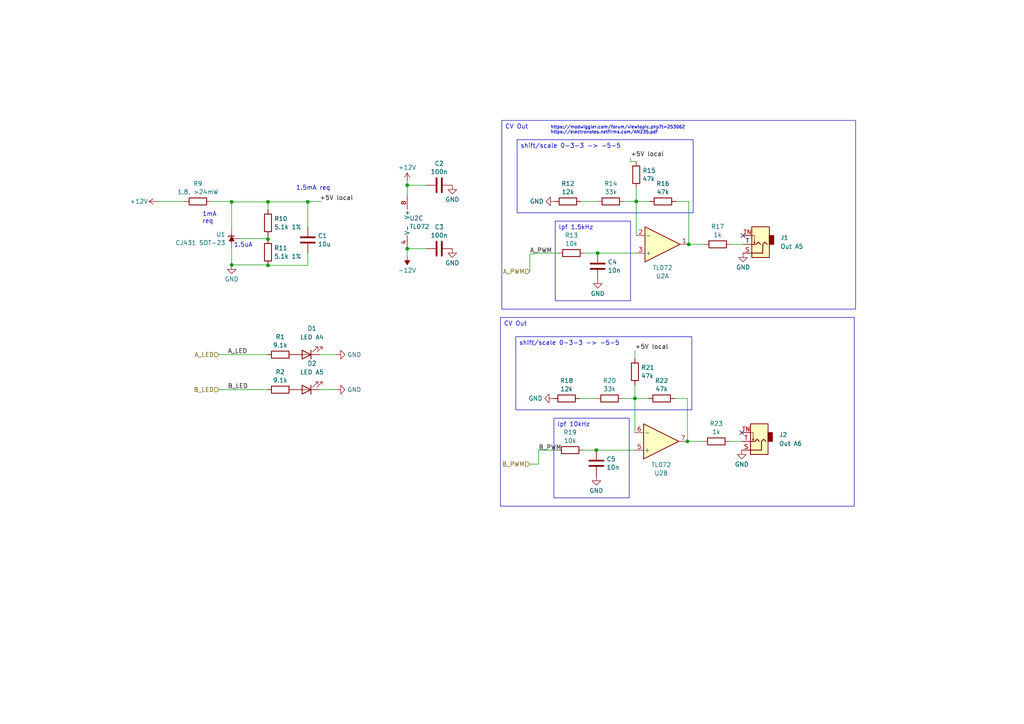
<source format=kicad_sch>
(kicad_sch (version 20231120) (generator "eeschema") (generator_version "8.0")
  (paper "A4")
  (lib_symbols
    (symbol "Amplifier_Operational:TL072" (pin_names (offset 0.127))
      (property "Reference" "U" (at 0 5.08 0))
      (property "Value" "TL072" (at 0 -5.08 0))
      (symbol "TL072_1_1"
        (polyline (pts (xy -5.08 5.08) (xy 5.08 0) (xy -5.08 -5.08) (xy -5.08 5.08)) (stroke (width 0.254)) (fill (type background)))
        (pin output line (at 7.62 0 180) (length 2.54) (name "~") (number "1"))
        (pin input line (at -7.62 -2.54 0) (length 2.54) (name "-") (number "2"))
        (pin input line (at -7.62 2.54 0) (length 2.54) (name "+") (number "3"))
      )
      (symbol "TL072_2_1"
        (polyline (pts (xy -5.08 5.08) (xy 5.08 0) (xy -5.08 -5.08) (xy -5.08 5.08)) (stroke (width 0.254)) (fill (type background)))
        (pin input line (at -7.62 2.54 0) (length 2.54) (name "+") (number "5"))
        (pin input line (at -7.62 -2.54 0) (length 2.54) (name "-") (number "6"))
        (pin output line (at 7.62 0 180) (length 2.54) (name "~") (number "7"))
      )
      (symbol "TL072_3_1"
        (pin power_in line (at -2.54 -7.62 90) (length 3.81) (name "V-") (number "4"))
        (pin power_in line (at -2.54 7.62 270) (length 3.81) (name "V+") (number "8"))
      )
    )
    (symbol "Connector:AudioJack2_SwitchT"
      (property "Reference" "J" (at 0 8.89 0))
      (property "Value" "AudioJack2_SwitchT" (at 0 6.35 0))
      (symbol "AudioJack2_SwitchT_0_1"
        (rectangle (start -2.54 0) (end -3.81 -2.54) (stroke (width 0.254)) (fill (type outline)))
        (polyline (pts (xy 1.778 -0.254) (xy 2.032 -0.762)))
        (polyline (pts (xy 0 0) (xy 0.635 -0.635) (xy 1.27 0) (xy 2.54 0)) (stroke (width 0.254)))
        (polyline (pts (xy 2.54 -2.54) (xy 1.778 -2.54) (xy 1.778 -0.254) (xy 1.524 -0.762)))
        (polyline (pts (xy 2.54 2.54) (xy -0.635 2.54) (xy -0.635 0) (xy -1.27 -0.635) (xy -1.905 0)) (stroke (width 0.254)))
        (rectangle (start 2.54 3.81) (end -2.54 -5.08) (stroke (width 0.254)) (fill (type background)))
      )
      (symbol "AudioJack2_SwitchT_1_1"
        (pin passive line (at 5.08 2.54 180) (length 2.54) (name "~") (number "S"))
        (pin passive line (at 5.08 0 180) (length 2.54) (name "~") (number "T"))
        (pin passive line (at 5.08 -2.54 180) (length 2.54) (name "~") (number "TN"))
      )
    )
    (symbol "Device:C" (pin_numbers hide) (pin_names (offset 0.254))
      (property "Reference" "C" (at 0.635 2.54 0))
      (property "Value" "C" (at 0.635 -2.54 0))
      (symbol "C_0_1"
        (polyline (pts (xy -2.032 -0.762) (xy 2.032 -0.762)) (stroke (width 0.508)))
        (polyline (pts (xy -2.032 0.762) (xy 2.032 0.762)) (stroke (width 0.508)))
      )
      (symbol "C_1_1"
        (pin passive line (at 0 3.81 270) (length 2.794) (name "~") (number "1"))
        (pin passive line (at 0 -3.81 90) (length 2.794) (name "~") (number "2"))
      )
    )
    (symbol "Device:LED" (pin_numbers hide) (pin_names (offset 1.016) hide)
      (property "Reference" "D" (at 0 2.54 0))
      (property "Value" "LED" (at 0 -2.54 0))
      (symbol "LED_0_1"
        (polyline (pts (xy -1.27 -1.27) (xy -1.27 1.27)) (stroke (width 0.254)))
        (polyline (pts (xy -1.27 0) (xy 1.27 0)))
        (polyline (pts (xy 1.27 -1.27) (xy 1.27 1.27) (xy -1.27 0) (xy 1.27 -1.27)) (stroke (width 0.254)))
        (polyline (pts (xy -3.048 -0.762) (xy -4.572 -2.286) (xy -3.81 -2.286) (xy -4.572 -2.286) (xy -4.572 -1.524)))
        (polyline (pts (xy -1.778 -0.762) (xy -3.302 -2.286) (xy -2.54 -2.286) (xy -3.302 -2.286) (xy -3.302 -1.524)))
      )
      (symbol "LED_1_1"
        (pin passive line (at -3.81 0 0) (length 2.54) (name "K") (number "1"))
        (pin passive line (at 3.81 0 180) (length 2.54) (name "A") (number "2"))
      )
    )
    (symbol "Device:R" (pin_numbers hide) (pin_names (offset 0))
      (property "Reference" "R" (at 2.032 0 90))
      (property "Value" "R" (at 0 0 90))
      (symbol "R_0_1"
        (rectangle (start -1.016 -2.54) (end 1.016 2.54) (stroke (width 0.254)))
      )
      (symbol "R_1_1"
        (pin passive line (at 0 3.81 270) (length 1.27) (name "~") (number "1"))
        (pin passive line (at 0 -3.81 90) (length 1.27) (name "~") (number "2"))
      )
    )
    (symbol "emutelab:CJ431 SOT-23" (pin_numbers hide) (pin_names hide)
      (property "Reference" "U" (at -2.54 2.54 0))
      (property "Value" "CJ431 SOT-23" (at 0 -2.54 0))
      (symbol "CJ431 SOT-23_0_1"
        (polyline (pts (xy -1.27 0) (xy 0 0) (xy 1.27 0)))
        (polyline (pts (xy -0.762 0.762) (xy 0.762 0) (xy -0.762 -0.762)) (fill (type outline)))
        (polyline (pts (xy 0.508 -1.016) (xy 0.762 -0.762) (xy 0.762 0.762) (xy 0.762 0.762)) (stroke (width 0.254)))
      )
      (symbol "CJ431 SOT-23_1_1"
        (pin passive line (at 0 2.54 270) (length 2.54) (name "REF") (number "1"))
        (pin passive line (at 2.54 0 180) (length 2.54) (name "K") (number "2"))
        (pin passive line (at -2.54 0 0) (length 2.54) (name "A") (number "3"))
      )
    )
    (symbol "power:+12V" (power) (pin_names (offset 0))
      (property "Value" "+12V" (at 0 3.556 0))
      (symbol "+12V_0_1"
        (polyline (pts (xy -0.762 1.27) (xy 0 2.54)))
        (polyline (pts (xy 0 0) (xy 0 2.54)))
        (polyline (pts (xy 0 2.54) (xy 0.762 1.27)))
      )
      (symbol "+12V_1_1"
        (pin power_in line (at 0 0 90) (length 0) hide (name "+12V") (number "1"))
      )
    )
    (symbol "power:-12V" (power) (pin_names (offset 0))
      (property "Value" "-12V" (at 0 3.81 0))
      (symbol "-12V_0_0"
        (pin power_in line (at 0 0 90) (length 0) hide (name "-12V") (number "1"))
      )
      (symbol "-12V_0_1"
        (polyline (pts (xy 0 0) (xy 0 1.27) (xy 0.762 1.27) (xy 0 2.54) (xy -0.762 1.27) (xy 0 1.27)) (fill (type outline)))
      )
    )
    (symbol "power:GND" (power) (pin_names (offset 0))
      (property "Value" "GND" (at 0 -3.81 0))
      (symbol "GND_0_1"
        (polyline (pts (xy 0 0) (xy 0 -1.27) (xy 1.27 -1.27) (xy 0 -2.54) (xy -1.27 -1.27) (xy 0 -1.27)))
      )
      (symbol "GND_1_1"
        (pin power_in line (at 0 0 270) (length 0) hide (name "GND") (number "1"))
      )
    )
  )
  (junction (at 172.974 130.556))
  (junction (at 89.281 58.547))
  (junction (at 199.771 70.866))
  (junction (at 118.11 53.721))
  (junction (at 199.39 128.016))
  (junction (at 173.355 73.406))
  (junction (at 184.15 115.57))
  (junction (at 184.531 58.42))
  (junction (at 77.724 76.962))
  (junction (at 67.183 58.547))
  (junction (at 118.11 72.136))
  (junction (at 67.183 76.835))
  (junction (at 77.724 69.342))
  (junction (at 77.724 58.547))
  (no_connect (at 215.519 68.326))
  (no_connect (at 215.138 125.476))
  (wire (pts (xy 184.15 115.57) (xy 184.15 111.633)))
  (wire (pts (xy 184.15 125.476) (xy 184.15 115.57)))
  (wire (pts (xy 199.39 115.57) (xy 199.39 128.016)))
  (wire (pts (xy 89.281 73.406) (xy 89.281 76.962)))
  (wire (pts (xy 77.724 58.547) (xy 67.183 58.547)))
  (wire (pts (xy 92.71 102.87) (xy 97.536 102.87)))
  (wire (pts (xy 184.15 115.57) (xy 188.087 115.57)))
  (wire (pts (xy 153.67 73.66) (xy 153.67 78.74)))
  (wire (pts (xy 156.21 130.556) (xy 156.21 134.62)))
  (wire (pts (xy 118.11 53.721) (xy 123.571 53.721)))
  (wire (pts (xy 77.724 60.833) (xy 77.724 58.547)))
  (wire (pts (xy 180.975 58.42) (xy 184.531 58.42)))
  (wire (pts (xy 77.724 69.342) (xy 77.216 69.342)))
  (wire (pts (xy 67.183 76.835) (xy 67.183 71.755)))
  (wire (pts (xy 63.5 102.87) (xy 77.47 102.87)))
  (wire (pts (xy 211.582 128.016) (xy 215.138 128.016)))
  (wire (pts (xy 184.531 54.483) (xy 184.531 58.42)))
  (wire (pts (xy 199.39 128.016) (xy 203.962 128.016)))
  (wire (pts (xy 182.88 45.72) (xy 182.88 46.863)))
  (wire (pts (xy 182.88 46.863) (xy 184.531 46.863)))
  (wire (pts (xy 77.724 69.342) (xy 77.724 68.453)))
  (wire (pts (xy 77.343 76.962) (xy 77.343 76.835)))
  (wire (pts (xy 172.974 130.556) (xy 184.15 130.556)))
  (wire (pts (xy 63.5 113.03) (xy 77.47 113.03)))
  (wire (pts (xy 199.771 70.866) (xy 204.343 70.866)))
  (wire (pts (xy 211.963 70.866) (xy 215.519 70.866)))
  (wire (pts (xy 118.11 74.295) (xy 118.11 72.136)))
  (wire (pts (xy 61.214 58.42) (xy 67.183 58.42)))
  (wire (pts (xy 169.545 73.406) (xy 173.355 73.406)))
  (wire (pts (xy 118.11 72.136) (xy 123.571 72.136)))
  (wire (pts (xy 77.343 76.835) (xy 67.183 76.835)))
  (wire (pts (xy 180.594 115.57) (xy 184.15 115.57)))
  (wire (pts (xy 77.216 69.342) (xy 77.216 69.215)))
  (wire (pts (xy 173.355 73.406) (xy 184.531 73.406)))
  (wire (pts (xy 77.343 76.962) (xy 77.724 76.962)))
  (wire (pts (xy 67.183 58.547) (xy 67.183 66.675)))
  (wire (pts (xy 77.216 69.215) (xy 69.723 69.215)))
  (wire (pts (xy 89.281 65.786) (xy 89.281 58.547)))
  (wire (pts (xy 77.724 58.547) (xy 89.281 58.547)))
  (wire (pts (xy 168.148 115.57) (xy 172.974 115.57)))
  (wire (pts (xy 45.72 58.42) (xy 53.594 58.42)))
  (wire (pts (xy 154.94 73.406) (xy 161.925 73.406)))
  (wire (pts (xy 118.11 52.705) (xy 118.11 53.721)))
  (wire (pts (xy 153.67 73.66) (xy 154.94 73.66)))
  (wire (pts (xy 89.281 58.42) (xy 93.091 58.42)))
  (wire (pts (xy 184.15 101.6) (xy 184.15 104.013)))
  (wire (pts (xy 184.531 58.42) (xy 188.468 58.42)))
  (wire (pts (xy 156.21 130.556) (xy 161.544 130.556)))
  (wire (pts (xy 196.088 58.42) (xy 199.771 58.42)))
  (wire (pts (xy 195.707 115.57) (xy 199.39 115.57)))
  (wire (pts (xy 67.183 58.547) (xy 67.183 58.42)))
  (wire (pts (xy 168.529 58.42) (xy 173.355 58.42)))
  (wire (pts (xy 184.531 68.326) (xy 184.531 58.42)))
  (wire (pts (xy 89.281 76.962) (xy 77.724 76.962)))
  (wire (pts (xy 153.67 134.62) (xy 156.21 134.62)))
  (wire (pts (xy 118.11 53.721) (xy 118.11 56.896)))
  (wire (pts (xy 169.164 130.556) (xy 172.974 130.556)))
  (wire (pts (xy 89.281 58.547) (xy 89.281 58.42)))
  (wire (pts (xy 154.94 73.66) (xy 154.94 73.406)))
  (wire (pts (xy 92.71 113.03) (xy 97.536 113.03)))
  (wire (pts (xy 199.771 58.42) (xy 199.771 70.866)))
  (text_box "shift/scale 0-3-3 -> -5-5" (at 149.606 97.663 0) (size 51.054 21.209) (effects (font (size 1.27 1.27)) (justify left top)))
  (text_box "lpf 10kHz\n" (at 160.655 121.285 0) (size 21.844 23.114) (effects (font (size 1.27 1.27)) (justify left top)))
  (text_box "CV Out" (at 145.542 34.925 0) (size 102.616 54.737) (effects (font (size 1.27 1.27)) (justify left top)))
  (text_box "lpf 1.5kHz\n" (at 161.036 64.135 0) (size 21.844 23.114) (effects (font (size 1.27 1.27)) (justify left top)))
  (text_box "CV Out" (at 145.161 92.075 0) (size 102.616 54.737) (effects (font (size 1.27 1.27)) (justify left top)))
  (text_box "shift/scale 0-3-3 -> -5-5" (at 149.987 40.513 0) (size 51.054 21.209) (effects (font (size 1.27 1.27)) (justify left top)))
  (text "1mA \nreq" (at 58.674 65.024 0) (effects (font (size 1.27 1.27)) (justify left bottom)))
  (text "https://modwiggler.com/forum/viewtopic.php?t=253062	\nhttps://electronotes.netfirms.com/AN235.pdf" (at 159.639 38.989 0) (effects (font (size 0.9 0.9)) (justify left bottom)))
  (text "1.5uA\n" (at 67.818 71.882 0) (effects (font (size 1.27 1.27)) (justify left bottom)))
  (text "1.5mA req\n" (at 85.852 55.372 0) (effects (font (size 1.27 1.27)) (justify left bottom)))
  (label "B_LED" (at 66.04 113.03 0))
  (label "+5V local" (at 184.15 101.6 0))
  (label "+5V local" (at 182.88 45.72 0))
  (label "+5V local" (at 92.71 58.42 0))
  (label "B_PWM" (at 156.21 130.81 0))
  (label "A_LED" (at 66.04 102.87 0))
  (label "A_PWM" (at 153.67 73.66 0))
  (hierarchical_label "B_PWM" (shape input) (at 153.67 134.62 180))
  (hierarchical_label "A_LED" (shape input) (at 63.5 102.87 180))
  (hierarchical_label "A_PWM" (shape input) (at 153.67 78.74 180))
  (hierarchical_label "B_LED" (shape input) (at 63.5 113.03 180))
  (symbol (lib_id "Device:R") (at 177.165 58.42 90) (unit 1)
    (property "Reference" "R14" (at 177.165 53.2597 90))
    (property "Value" "33k" (at 177.165 55.6839 90))
    (property "Footprint" "Resistor_SMD:R_0603_1608Metric" (effects (hide yes)))
    (instances (project "uSeqAnalogOuts_01a" (path "" (reference "R14") (unit 1)) (path "" (reference "R28") (unit 1)) (path "" (reference "R45") (unit 1)) (path "" (reference "R62") (unit 1))))
  )
  (symbol (lib_id "Device:R") (at 165.735 73.406 90) (unit 1)
    (property "Reference" "R13" (at 165.735 68.2457 90))
    (property "Value" "10k" (at 165.735 70.6699 90))
    (property "Footprint" "Resistor_SMD:R_0603_1608Metric" (effects (hide yes)))
    (instances (project "uSeqAnalogOuts_01a" (path "" (reference "R13") (unit 1)) (path "" (reference "R26") (unit 1)) (path "" (reference "R43") (unit 1)) (path "" (reference "R60") (unit 1))))
  )
  (symbol (lib_id "Connector:AudioJack2_SwitchT") (at 220.599 70.866 180) (unit 1)
    (property "Reference" "J1" (at 226.314 68.9609 0) (effects (justify right)))
    (property "Value" "Out A5" (at 226.314 71.5009 0) (effects (justify right)))
    (property "Footprint" "Connector_Audio:Jack_3.5mm_QingPu_WQP-PJ398SM_Vertical_CircularHoles" (effects (hide yes)))
    (instances (project "uSeqAnalogOuts_01a" (path "" (reference "J1") (unit 1)) (path "" (reference "J4") (unit 1)) (path "" (reference "J6") (unit 1)) (path "" (reference "J8") (unit 1))))
  )
  (symbol (lib_id "Device:R") (at 77.724 64.643 0) (unit 1)
    (property "Reference" "R10" (at 79.502 63.4309 0) (effects (justify left)))
    (property "Value" "5.1k 1%" (at 79.502 65.8551 0) (effects (justify left)))
    (property "Footprint" "Resistor_SMD:R_0402_1005Metric" (effects (hide yes)))
    (instances (project "uSeqAnalogOuts_01a" (path "" (reference "R10") (unit 1)) (path "" (reference "R4") (unit 1)) (path "" (reference "R36") (unit 1)) (path "" (reference "R53") (unit 1))))
  )
  (symbol (lib_id "Device:R") (at 176.784 115.57 90) (unit 1)
    (property "Reference" "R20" (at 176.784 110.4097 90))
    (property "Value" "33k" (at 176.784 112.8339 90))
    (property "Footprint" "Resistor_SMD:R_0603_1608Metric" (effects (hide yes)))
    (instances (project "uSeqAnalogOuts_01a" (path "" (reference "R20") (unit 1)) (path "" (reference "R27") (unit 1)) (path "" (reference "R44") (unit 1)) (path "" (reference "R61") (unit 1))))
  )
  (symbol (lib_id "power:+12V") (at 45.72 58.42 90) (unit 1)
    (property "Reference" "#PWR09" (effects (hide yes)))
    (property "Value" "+12V" (at 42.926 58.42 90) (effects (justify left)))
    (instances (project "uSeqAnalogOuts_01a" (path "" (reference "#PWR09") (unit 1)) (path "" (reference "#PWR03") (unit 1)) (path "" (reference "#PWR029") (unit 1)) (path "" (reference "#PWR047") (unit 1))))
  )
  (symbol (lib_id "power:GND") (at 131.191 72.136 0) (unit 1)
    (property "Reference" "#PWR015" (effects (hide yes)))
    (property "Value" "GND" (at 131.191 76.2691 0))
    (instances (project "uSeqAnalogOuts_01a" (path "" (reference "#PWR015") (unit 1)) (path "" (reference "#PWR018") (unit 1)) (path "" (reference "#PWR040") (unit 1)) (path "" (reference "#PWR054") (unit 1))))
  )
  (symbol (lib_id "Device:R") (at 165.354 130.556 90) (unit 1)
    (property "Reference" "R19" (at 165.354 125.3957 90))
    (property "Value" "10k" (at 165.354 127.8199 90))
    (property "Footprint" "Resistor_SMD:R_0603_1608Metric" (effects (hide yes)))
    (instances (project "uSeqAnalogOuts_01a" (path "" (reference "R19") (unit 1)) (path "" (reference "R25") (unit 1)) (path "" (reference "R42") (unit 1)) (path "" (reference "R59") (unit 1))))
  )
  (symbol (lib_id "Device:R") (at 208.153 70.866 270) (unit 1)
    (property "Reference" "R17" (at 208.153 65.7057 90))
    (property "Value" "1k" (at 208.153 68.1299 90))
    (property "Footprint" "Resistor_SMD:R_0402_1005Metric" (effects (hide yes)))
    (instances (project "uSeqAnalogOuts_01a" (path "" (reference "R17") (unit 1)) (path "" (reference "R34") (unit 1)) (path "" (reference "R51") (unit 1)) (path "" (reference "R68") (unit 1))))
  )
  (symbol (lib_id "Device:R") (at 192.278 58.42 90) (unit 1)
    (property "Reference" "R16" (at 192.278 53.2597 90))
    (property "Value" "47k" (at 192.278 55.6839 90))
    (property "Footprint" "Resistor_SMD:R_0603_1608Metric" (effects (hide yes)))
    (instances (project "uSeqAnalogOuts_01a" (path "" (reference "R16") (unit 1)) (path "" (reference "R32") (unit 1)) (path "" (reference "R49") (unit 1)) (path "" (reference "R66") (unit 1))))
  )
  (symbol (lib_id "power:GND") (at 172.974 138.176 0) (unit 1)
    (property "Reference" "#PWR021" (effects (hide yes)))
    (property "Value" "GND" (at 172.974 142.3091 0))
    (instances (project "uSeqAnalogOuts_01a" (path "" (reference "#PWR021") (unit 1)) (path "" (reference "#PWR025") (unit 1)) (path "" (reference "#PWR043") (unit 1)) (path "" (reference "#PWR057") (unit 1))))
  )
  (symbol (lib_id "Amplifier_Operational:TL072") (at 192.151 70.866 0) (mirror x) (unit 1)
    (property "Reference" "U2" (at 192.151 80.0903 0))
    (property "Value" "TL072" (at 192.151 77.6661 0))
    (property "Footprint" "Package_SO:SO-8_3.9x4.9mm_P1.27mm" (effects (hide yes)))
    (property "Datasheet" "http://www.ti.com/lit/ds/symlink/tl071.pdf" (effects (hide yes)))
    (instances (project "uSeqAnalogOuts_01a" (path "" (reference "U2") (unit 1)) (path "" (reference "U4") (unit 1)) (path "" (reference "U6") (unit 1)) (path "" (reference "U8") (unit 1))))
  )
  (symbol (lib_id "Amplifier_Operational:TL072") (at 191.77 128.016 0) (mirror x) (unit 2)
    (property "Reference" "U2" (at 191.77 137.2403 0))
    (property "Value" "TL072" (at 191.77 134.8161 0))
    (property "Footprint" "Package_SO:SO-8_3.9x4.9mm_P1.27mm" (effects (hide yes)))
    (property "Datasheet" "http://www.ti.com/lit/ds/symlink/tl071.pdf" (effects (hide yes)))
    (instances (project "uSeqAnalogOuts_01a" (path "" (reference "U2") (unit 2)) (path "" (reference "U4") (unit 2)) (path "" (reference "U6") (unit 2)) (path "" (reference "U8") (unit 2))))
  )
  (symbol (lib_id "Device:R") (at 184.531 50.673 0) (unit 1)
    (property "Reference" "R15" (at 186.309 49.4609 0) (effects (justify left)))
    (property "Value" "47k" (at 186.309 51.8851 0) (effects (justify left)))
    (property "Footprint" "Resistor_SMD:R_0603_1608Metric" (effects (hide yes)))
    (instances (project "uSeqAnalogOuts_01a" (path "" (reference "R15") (unit 1)) (path "" (reference "R30") (unit 1)) (path "" (reference "R47") (unit 1)) (path "" (reference "R64") (unit 1))))
  )
  (symbol (lib_id "Device:C") (at 173.355 77.216 0) (unit 1)
    (property "Reference" "C4" (at 176.276 76.0039 0) (effects (justify left)))
    (property "Value" "10n" (at 176.276 78.4281 0) (effects (justify left)))
    (property "Footprint" "Capacitor_SMD:C_0402_1005Metric" (effects (hide yes)))
    (instances (project "uSeqAnalogOuts_01a" (path "" (reference "C4") (unit 1)) (path "" (reference "C16") (unit 1)) (path "" (reference "C21") (unit 1)) (path "" (reference "C26") (unit 1))))
  )
  (symbol (lib_id "power:GND") (at 160.909 58.42 270) (unit 1)
    (property "Reference" "#PWR016" (effects (hide yes)))
    (property "Value" "GND" (at 157.7341 58.42 90) (effects (justify right)))
    (instances (project "uSeqAnalogOuts_01a" (path "" (reference "#PWR016") (unit 1)) (path "" (reference "#PWR024") (unit 1)) (path "" (reference "#PWR042") (unit 1)) (path "" (reference "#PWR056") (unit 1))))
  )
  (symbol (lib_id "Device:C") (at 127.381 72.136 270) (unit 1)
    (property "Reference" "C3" (at 127.381 65.8327 90))
    (property "Value" "100n" (at 127.381 68.2569 90))
    (property "Footprint" "Capacitor_SMD:C_0603_1608Metric" (effects (hide yes)))
    (instances (project "uSeqAnalogOuts_01a" (path "" (reference "C3") (unit 1)) (path "" (reference "C14") (unit 1)) (path "" (reference "C19") (unit 1)) (path "" (reference "C24") (unit 1))))
  )
  (symbol (lib_id "Device:R") (at 77.724 73.152 0) (unit 1)
    (property "Reference" "R11" (at 79.502 71.9399 0) (effects (justify left)))
    (property "Value" "5.1k 1%" (at 79.502 74.3641 0) (effects (justify left)))
    (property "Footprint" "Resistor_SMD:R_0402_1005Metric" (effects (hide yes)))
    (instances (project "uSeqAnalogOuts_01a" (path "" (reference "R11") (unit 1)) (path "" (reference "R5") (unit 1)) (path "" (reference "R37") (unit 1)) (path "" (reference "R54") (unit 1))))
  )
  (symbol (lib_id "Device:R") (at 57.404 58.42 270) (unit 1)
    (property "Reference" "R9" (at 57.404 53.2597 90))
    (property "Value" "1.8, >24mW" (at 57.404 55.6839 90))
    (property "Footprint" "Resistor_SMD:R_0603_1608Metric" (effects (hide yes)))
    (instances (project "uSeqAnalogOuts_01a" (path "" (reference "R9") (unit 1)) (path "" (reference "R3") (unit 1)) (path "" (reference "R35") (unit 1)) (path "" (reference "R52") (unit 1))))
  )
  (symbol (lib_id "Device:R") (at 81.28 113.03 90) (unit 1)
    (property "Reference" "R2" (at 81.28 107.8697 90))
    (property "Value" "9.1k" (at 81.28 110.2939 90))
    (property "Footprint" "Resistor_SMD:R_0603_1608Metric" (effects (hide yes)))
    (instances (project "uSeqAnalogOuts_01a" (path "" (reference "R2") (unit 1)) (path "" (reference "R7") (unit 1)) (path "" (reference "R39") (unit 1)) (path "" (reference "R56") (unit 1))))
  )
  (symbol (lib_id "emutelab:CJ431 SOT-23") (at 67.183 69.215 270) (mirror x) (unit 1)
    (property "Reference" "U1" (at 65.4051 68.0029 90) (effects (justify right)))
    (property "Value" "CJ431 SOT-23" (at 65.4051 70.4271 90) (effects (justify right)))
    (property "Footprint" "Package_TO_SOT_SMD:SOT-23" (effects (hide yes)))
    (property "Datasheet" "http://www.ti.com/lit/ds/symlink/tl431.pdf" (effects (hide yes)))
    (instances (project "uSeqAnalogOuts_01a" (path "" (reference "U1") (unit 1)) (path "" (reference "U3") (unit 1)) (path "" (reference "U5") (unit 1)) (path "" (reference "U7") (unit 1))))
  )
  (symbol (lib_id "Amplifier_Operational:TL072") (at 120.65 64.516 0) (unit 3)
    (property "Reference" "U2" (at 118.745 63.3039 0) (effects (justify left)))
    (property "Value" "TL072" (at 118.745 65.7281 0) (effects (justify left)))
    (property "Footprint" "Package_SO:SO-8_3.9x4.9mm_P1.27mm" (effects (hide yes)))
    (property "Datasheet" "http://www.ti.com/lit/ds/symlink/tl071.pdf" (effects (hide yes)))
    (instances (project "uSeqAnalogOuts_01a" (path "" (reference "U2") (unit 3)) (path "" (reference "U4") (unit 3)) (path "" (reference "U6") (unit 3)) (path "" (reference "U8") (unit 3))))
  )
  (symbol (lib_id "power:GND") (at 97.536 102.87 90) (unit 1)
    (property "Reference" "#PWR01" (effects (hide yes)))
    (property "Value" "GND" (at 100.711 102.87 90) (effects (justify right)))
    (instances (project "uSeqAnalogOuts_01a" (path "" (reference "#PWR01") (unit 1)) (path "" (reference "#PWR05") (unit 1)) (path "" (reference "#PWR031") (unit 1)) (path "" (reference "#PWR049") (unit 1))))
  )
  (symbol (lib_id "Device:C") (at 127.381 53.721 270) (unit 1)
    (property "Reference" "C2" (at 127.381 47.4177 90))
    (property "Value" "100n" (at 127.381 49.8419 90))
    (property "Footprint" "Capacitor_SMD:C_0603_1608Metric" (effects (hide yes)))
    (instances (project "uSeqAnalogOuts_01a" (path "" (reference "C2") (unit 1)) (path "" (reference "C7") (unit 1)) (path "" (reference "C18") (unit 1)) (path "" (reference "C23") (unit 1))))
  )
  (symbol (lib_id "power:-12V") (at 118.11 74.295 180) (unit 1)
    (property "Reference" "#PWR013" (effects (hide yes)))
    (property "Value" "-12V" (at 118.11 78.4281 0))
    (instances (project "uSeqAnalogOuts_01a" (path "" (reference "#PWR013") (unit 1)) (path "" (reference "#PWR08") (unit 1)) (path "" (reference "#PWR038") (unit 1)) (path "" (reference "#PWR052") (unit 1))))
  )
  (symbol (lib_id "Device:LED") (at 88.9 113.03 180) (unit 1)
    (property "Reference" "D2" (at 90.4875 105.41 0))
    (property "Value" "LED A5" (at 90.4875 107.95 0))
    (property "Footprint" "LED_THT:LED_D3.0mm_FlatTop" (effects (hide yes)))
    (instances (project "uSeqAnalogOuts_01a" (path "" (reference "D2") (unit 1)) (path "" (reference "D4") (unit 1)) (path "" (reference "D6") (unit 1)) (path "" (reference "D8") (unit 1))))
  )
  (symbol (lib_id "Device:R") (at 164.719 58.42 90) (unit 1)
    (property "Reference" "R12" (at 164.719 53.2597 90))
    (property "Value" "12k" (at 164.719 55.6839 90))
    (property "Footprint" "Resistor_SMD:R_0603_1608Metric" (effects (hide yes)))
    (instances (project "uSeqAnalogOuts_01a" (path "" (reference "R12") (unit 1)) (path "" (reference "R24") (unit 1)) (path "" (reference "R41") (unit 1)) (path "" (reference "R58") (unit 1))))
  )
  (symbol (lib_id "Device:C") (at 172.974 134.366 0) (unit 1)
    (property "Reference" "C5" (at 175.895 133.1539 0) (effects (justify left)))
    (property "Value" "10n" (at 175.895 135.5781 0) (effects (justify left)))
    (property "Footprint" "Capacitor_SMD:C_0402_1005Metric" (effects (hide yes)))
    (instances (project "uSeqAnalogOuts_01a" (path "" (reference "C5") (unit 1)) (path "" (reference "C15") (unit 1)) (path "" (reference "C20") (unit 1)) (path "" (reference "C25") (unit 1))))
  )
  (symbol (lib_id "Connector:AudioJack2_SwitchT") (at 220.218 128.016 180) (unit 1)
    (property "Reference" "J2" (at 225.933 126.1109 0) (effects (justify right)))
    (property "Value" "Out A6" (at 225.933 128.6509 0) (effects (justify right)))
    (property "Footprint" "Connector_Audio:Jack_3.5mm_QingPu_WQP-PJ398SM_Vertical_CircularHoles" (effects (hide yes)))
    (instances (project "uSeqAnalogOuts_01a" (path "" (reference "J2") (unit 1)) (path "" (reference "J3") (unit 1)) (path "" (reference "J5") (unit 1)) (path "" (reference "J7") (unit 1))))
  )
  (symbol (lib_id "power:GND") (at 160.528 115.57 270) (unit 1)
    (property "Reference" "#PWR020" (effects (hide yes)))
    (property "Value" "GND" (at 157.3531 115.57 90) (effects (justify right)))
    (instances (project "uSeqAnalogOuts_01a" (path "" (reference "#PWR020") (unit 1)) (path "" (reference "#PWR022") (unit 1)) (path "" (reference "#PWR041") (unit 1)) (path "" (reference "#PWR055") (unit 1))))
  )
  (symbol (lib_id "power:GND") (at 67.183 76.835 0) (unit 1)
    (property "Reference" "#PWR010" (effects (hide yes)))
    (property "Value" "GND" (at 67.183 80.9681 0))
    (instances (project "uSeqAnalogOuts_01a" (path "" (reference "#PWR010") (unit 1)) (path "" (reference "#PWR04") (unit 1)) (path "" (reference "#PWR030") (unit 1)) (path "" (reference "#PWR048") (unit 1))))
  )
  (symbol (lib_id "power:GND") (at 97.536 113.03 90) (unit 1)
    (property "Reference" "#PWR02" (effects (hide yes)))
    (property "Value" "GND" (at 100.711 113.03 90) (effects (justify right)))
    (instances (project "uSeqAnalogOuts_01a" (path "" (reference "#PWR02") (unit 1)) (path "" (reference "#PWR06") (unit 1)) (path "" (reference "#PWR036") (unit 1)) (path "" (reference "#PWR050") (unit 1))))
  )
  (symbol (lib_id "Device:C") (at 89.281 69.596 0) (unit 1)
    (property "Reference" "C1" (at 92.202 68.3839 0) (effects (justify left)))
    (property "Value" "10u" (at 92.202 70.8081 0) (effects (justify left)))
    (property "Footprint" "Capacitor_SMD:C_0603_1608Metric" (effects (hide yes)))
    (instances (project "uSeqAnalogOuts_01a" (path "" (reference "C1") (unit 1)) (path "" (reference "C6") (unit 1)) (path "" (reference "C17") (unit 1)) (path "" (reference "C22") (unit 1))))
  )
  (symbol (lib_id "power:+12V") (at 118.11 52.705 0) (unit 1)
    (property "Reference" "#PWR012" (effects (hide yes)))
    (property "Value" "+12V" (at 118.11 48.5719 0))
    (instances (project "uSeqAnalogOuts_01a" (path "" (reference "#PWR012") (unit 1)) (path "" (reference "#PWR07") (unit 1)) (path "" (reference "#PWR037") (unit 1)) (path "" (reference "#PWR051") (unit 1))))
  )
  (symbol (lib_id "power:GND") (at 215.138 130.556 0) (unit 1)
    (property "Reference" "#PWR023" (effects (hide yes)))
    (property "Value" "GND" (at 215.138 134.6891 0))
    (instances (project "uSeqAnalogOuts_01a" (path "" (reference "#PWR023") (unit 1)) (path "" (reference "#PWR027") (unit 1)) (path "" (reference "#PWR045") (unit 1)) (path "" (reference "#PWR059") (unit 1))))
  )
  (symbol (lib_id "Device:R") (at 81.28 102.87 90) (unit 1)
    (property "Reference" "R1" (at 81.28 97.7097 90))
    (property "Value" "9.1k" (at 81.28 100.1339 90))
    (property "Footprint" "Resistor_SMD:R_0603_1608Metric" (effects (hide yes)))
    (instances (project "uSeqAnalogOuts_01a" (path "" (reference "R1") (unit 1)) (path "" (reference "R6") (unit 1)) (path "" (reference "R38") (unit 1)) (path "" (reference "R55") (unit 1))))
  )
  (symbol (lib_id "power:GND") (at 131.191 53.721 0) (unit 1)
    (property "Reference" "#PWR014" (effects (hide yes)))
    (property "Value" "GND" (at 131.191 57.8541 0))
    (instances (project "uSeqAnalogOuts_01a" (path "" (reference "#PWR014") (unit 1)) (path "" (reference "#PWR011") (unit 1)) (path "" (reference "#PWR039") (unit 1)) (path "" (reference "#PWR053") (unit 1))))
  )
  (symbol (lib_id "Device:R") (at 207.772 128.016 270) (unit 1)
    (property "Reference" "R23" (at 207.772 122.8557 90))
    (property "Value" "1k" (at 207.772 125.2799 90))
    (property "Footprint" "Resistor_SMD:R_0402_1005Metric" (effects (hide yes)))
    (instances (project "uSeqAnalogOuts_01a" (path "" (reference "R23") (unit 1)) (path "" (reference "R33") (unit 1)) (path "" (reference "R50") (unit 1)) (path "" (reference "R67") (unit 1))))
  )
  (symbol (lib_id "Device:R") (at 164.338 115.57 90) (unit 1)
    (property "Reference" "R18" (at 164.338 110.4097 90))
    (property "Value" "12k" (at 164.338 112.8339 90))
    (property "Footprint" "Resistor_SMD:R_0603_1608Metric" (effects (hide yes)))
    (instances (project "uSeqAnalogOuts_01a" (path "" (reference "R18") (unit 1)) (path "" (reference "R8") (unit 1)) (path "" (reference "R40") (unit 1)) (path "" (reference "R57") (unit 1))))
  )
  (symbol (lib_id "power:GND") (at 173.355 81.026 0) (unit 1)
    (property "Reference" "#PWR017" (effects (hide yes)))
    (property "Value" "GND" (at 173.355 85.1591 0))
    (instances (project "uSeqAnalogOuts_01a" (path "" (reference "#PWR017") (unit 1)) (path "" (reference "#PWR026") (unit 1)) (path "" (reference "#PWR044") (unit 1)) (path "" (reference "#PWR058") (unit 1))))
  )
  (symbol (lib_id "Device:R") (at 184.15 107.823 0) (unit 1)
    (property "Reference" "R21" (at 185.928 106.6109 0) (effects (justify left)))
    (property "Value" "47k" (at 185.928 109.0351 0) (effects (justify left)))
    (property "Footprint" "Resistor_SMD:R_0603_1608Metric" (effects (hide yes)))
    (instances (project "uSeqAnalogOuts_01a" (path "" (reference "R21") (unit 1)) (path "" (reference "R29") (unit 1)) (path "" (reference "R46") (unit 1)) (path "" (reference "R63") (unit 1))))
  )
  (symbol (lib_id "Device:R") (at 191.897 115.57 90) (unit 1)
    (property "Reference" "R22" (at 191.897 110.4097 90))
    (property "Value" "47k" (at 191.897 112.8339 90))
    (property "Footprint" "Resistor_SMD:R_0603_1608Metric" (effects (hide yes)))
    (instances (project "uSeqAnalogOuts_01a" (path "" (reference "R22") (unit 1)) (path "" (reference "R31") (unit 1)) (path "" (reference "R48") (unit 1)) (path "" (reference "R65") (unit 1))))
  )
  (symbol (lib_id "Device:LED") (at 88.9 102.87 180) (unit 1)
    (property "Reference" "D1" (at 90.4875 95.25 0))
    (property "Value" "LED A4" (at 90.4875 97.79 0))
    (property "Footprint" "LED_THT:LED_D3.0mm_FlatTop" (effects (hide yes)))
    (instances (project "uSeqAnalogOuts_01a" (path "" (reference "D1") (unit 1)) (path "" (reference "D3") (unit 1)) (path "" (reference "D5") (unit 1)) (path "" (reference "D7") (unit 1))))
  )
  (symbol (lib_id "power:GND") (at 215.519 73.406 0) (unit 1)
    (property "Reference" "#PWR019" (effects (hide yes)))
    (property "Value" "GND" (at 215.519 77.5391 0))
    (instances (project "uSeqAnalogOuts_01a" (path "" (reference "#PWR019") (unit 1)) (path "" (reference "#PWR028") (unit 1)) (path "" (reference "#PWR046") (unit 1)) (path "" (reference "#PWR060") (unit 1))))
  )
)
</source>
